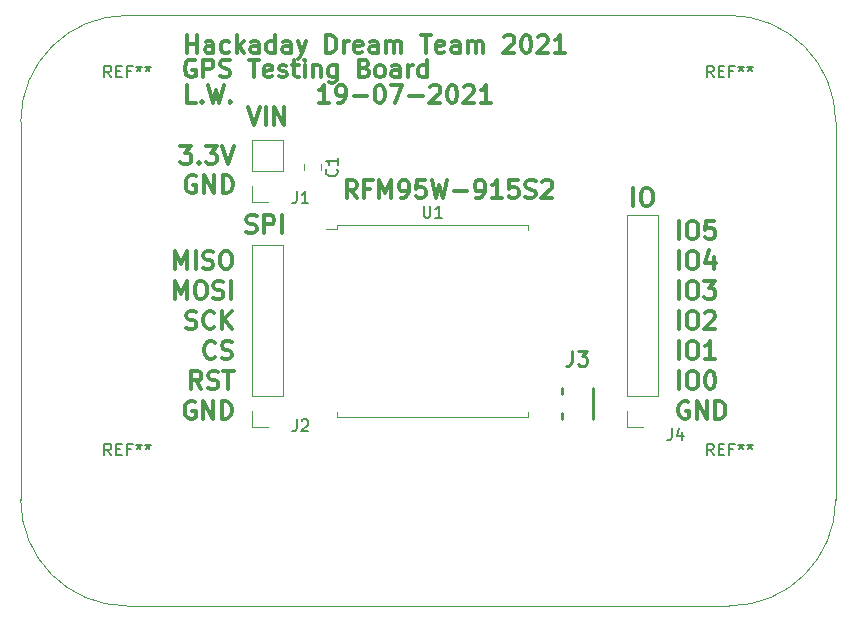
<source format=gbr>
%TF.GenerationSoftware,KiCad,Pcbnew,(5.1.10)-1*%
%TF.CreationDate,2021-07-19T16:58:35-04:00*%
%TF.ProjectId,lora-testing-board,6c6f7261-2d74-4657-9374-696e672d626f,rev?*%
%TF.SameCoordinates,Original*%
%TF.FileFunction,Legend,Top*%
%TF.FilePolarity,Positive*%
%FSLAX46Y46*%
G04 Gerber Fmt 4.6, Leading zero omitted, Abs format (unit mm)*
G04 Created by KiCad (PCBNEW (5.1.10)-1) date 2021-07-19 16:58:35*
%MOMM*%
%LPD*%
G01*
G04 APERTURE LIST*
%TA.AperFunction,Profile*%
%ADD10C,0.050000*%
%TD*%
%ADD11C,0.300000*%
%ADD12C,0.120000*%
%ADD13C,0.254000*%
%ADD14C,0.150000*%
G04 APERTURE END LIST*
D10*
X137000000Y-118000000D02*
G75*
G02*
X128000000Y-127000000I-9000000J0D01*
G01*
X77000000Y-127000000D02*
G75*
G02*
X68000000Y-118000000I0J9000000D01*
G01*
X128000000Y-77000000D02*
G75*
G02*
X137000000Y-86000000I0J-9000000D01*
G01*
X68000000Y-86000000D02*
G75*
G02*
X77000000Y-77000000I9000000J0D01*
G01*
D11*
X82744857Y-80809400D02*
X82602000Y-80737971D01*
X82387714Y-80737971D01*
X82173428Y-80809400D01*
X82030571Y-80952257D01*
X81959142Y-81095114D01*
X81887714Y-81380828D01*
X81887714Y-81595114D01*
X81959142Y-81880828D01*
X82030571Y-82023685D01*
X82173428Y-82166542D01*
X82387714Y-82237971D01*
X82530571Y-82237971D01*
X82744857Y-82166542D01*
X82816285Y-82095114D01*
X82816285Y-81595114D01*
X82530571Y-81595114D01*
X83459142Y-82237971D02*
X83459142Y-80737971D01*
X84030571Y-80737971D01*
X84173428Y-80809400D01*
X84244857Y-80880828D01*
X84316285Y-81023685D01*
X84316285Y-81237971D01*
X84244857Y-81380828D01*
X84173428Y-81452257D01*
X84030571Y-81523685D01*
X83459142Y-81523685D01*
X84887714Y-82166542D02*
X85102000Y-82237971D01*
X85459142Y-82237971D01*
X85602000Y-82166542D01*
X85673428Y-82095114D01*
X85744857Y-81952257D01*
X85744857Y-81809400D01*
X85673428Y-81666542D01*
X85602000Y-81595114D01*
X85459142Y-81523685D01*
X85173428Y-81452257D01*
X85030571Y-81380828D01*
X84959142Y-81309400D01*
X84887714Y-81166542D01*
X84887714Y-81023685D01*
X84959142Y-80880828D01*
X85030571Y-80809400D01*
X85173428Y-80737971D01*
X85530571Y-80737971D01*
X85744857Y-80809400D01*
X87316285Y-80737971D02*
X88173428Y-80737971D01*
X87744857Y-82237971D02*
X87744857Y-80737971D01*
X89244857Y-82166542D02*
X89102000Y-82237971D01*
X88816285Y-82237971D01*
X88673428Y-82166542D01*
X88602000Y-82023685D01*
X88602000Y-81452257D01*
X88673428Y-81309400D01*
X88816285Y-81237971D01*
X89102000Y-81237971D01*
X89244857Y-81309400D01*
X89316285Y-81452257D01*
X89316285Y-81595114D01*
X88602000Y-81737971D01*
X89887714Y-82166542D02*
X90030571Y-82237971D01*
X90316285Y-82237971D01*
X90459142Y-82166542D01*
X90530571Y-82023685D01*
X90530571Y-81952257D01*
X90459142Y-81809400D01*
X90316285Y-81737971D01*
X90102000Y-81737971D01*
X89959142Y-81666542D01*
X89887714Y-81523685D01*
X89887714Y-81452257D01*
X89959142Y-81309400D01*
X90102000Y-81237971D01*
X90316285Y-81237971D01*
X90459142Y-81309400D01*
X90959142Y-81237971D02*
X91530571Y-81237971D01*
X91173428Y-80737971D02*
X91173428Y-82023685D01*
X91244857Y-82166542D01*
X91387714Y-82237971D01*
X91530571Y-82237971D01*
X92030571Y-82237971D02*
X92030571Y-81237971D01*
X92030571Y-80737971D02*
X91959142Y-80809400D01*
X92030571Y-80880828D01*
X92102000Y-80809400D01*
X92030571Y-80737971D01*
X92030571Y-80880828D01*
X92744857Y-81237971D02*
X92744857Y-82237971D01*
X92744857Y-81380828D02*
X92816285Y-81309400D01*
X92959142Y-81237971D01*
X93173428Y-81237971D01*
X93316285Y-81309400D01*
X93387714Y-81452257D01*
X93387714Y-82237971D01*
X94744857Y-81237971D02*
X94744857Y-82452257D01*
X94673428Y-82595114D01*
X94602000Y-82666542D01*
X94459142Y-82737971D01*
X94244857Y-82737971D01*
X94102000Y-82666542D01*
X94744857Y-82166542D02*
X94602000Y-82237971D01*
X94316285Y-82237971D01*
X94173428Y-82166542D01*
X94102000Y-82095114D01*
X94030571Y-81952257D01*
X94030571Y-81523685D01*
X94102000Y-81380828D01*
X94173428Y-81309400D01*
X94316285Y-81237971D01*
X94602000Y-81237971D01*
X94744857Y-81309400D01*
X97102000Y-81452257D02*
X97316285Y-81523685D01*
X97387714Y-81595114D01*
X97459142Y-81737971D01*
X97459142Y-81952257D01*
X97387714Y-82095114D01*
X97316285Y-82166542D01*
X97173428Y-82237971D01*
X96602000Y-82237971D01*
X96602000Y-80737971D01*
X97102000Y-80737971D01*
X97244857Y-80809400D01*
X97316285Y-80880828D01*
X97387714Y-81023685D01*
X97387714Y-81166542D01*
X97316285Y-81309400D01*
X97244857Y-81380828D01*
X97102000Y-81452257D01*
X96602000Y-81452257D01*
X98316285Y-82237971D02*
X98173428Y-82166542D01*
X98102000Y-82095114D01*
X98030571Y-81952257D01*
X98030571Y-81523685D01*
X98102000Y-81380828D01*
X98173428Y-81309400D01*
X98316285Y-81237971D01*
X98530571Y-81237971D01*
X98673428Y-81309400D01*
X98744857Y-81380828D01*
X98816285Y-81523685D01*
X98816285Y-81952257D01*
X98744857Y-82095114D01*
X98673428Y-82166542D01*
X98530571Y-82237971D01*
X98316285Y-82237971D01*
X100102000Y-82237971D02*
X100102000Y-81452257D01*
X100030571Y-81309400D01*
X99887714Y-81237971D01*
X99602000Y-81237971D01*
X99459142Y-81309400D01*
X100102000Y-82166542D02*
X99959142Y-82237971D01*
X99602000Y-82237971D01*
X99459142Y-82166542D01*
X99387714Y-82023685D01*
X99387714Y-81880828D01*
X99459142Y-81737971D01*
X99602000Y-81666542D01*
X99959142Y-81666542D01*
X100102000Y-81595114D01*
X100816285Y-82237971D02*
X100816285Y-81237971D01*
X100816285Y-81523685D02*
X100887714Y-81380828D01*
X100959142Y-81309400D01*
X101102000Y-81237971D01*
X101244857Y-81237971D01*
X102387714Y-82237971D02*
X102387714Y-80737971D01*
X102387714Y-82166542D02*
X102244857Y-82237971D01*
X101959142Y-82237971D01*
X101816285Y-82166542D01*
X101744857Y-82095114D01*
X101673428Y-81952257D01*
X101673428Y-81523685D01*
X101744857Y-81380828D01*
X101816285Y-81309400D01*
X101959142Y-81237971D01*
X102244857Y-81237971D01*
X102387714Y-81309400D01*
X82825828Y-84422371D02*
X82111542Y-84422371D01*
X82111542Y-82922371D01*
X83325828Y-84279514D02*
X83397257Y-84350942D01*
X83325828Y-84422371D01*
X83254400Y-84350942D01*
X83325828Y-84279514D01*
X83325828Y-84422371D01*
X83897257Y-82922371D02*
X84254400Y-84422371D01*
X84540114Y-83350942D01*
X84825828Y-84422371D01*
X85182971Y-82922371D01*
X85754400Y-84279514D02*
X85825828Y-84350942D01*
X85754400Y-84422371D01*
X85682971Y-84350942D01*
X85754400Y-84279514D01*
X85754400Y-84422371D01*
X94111542Y-84422371D02*
X93254400Y-84422371D01*
X93682971Y-84422371D02*
X93682971Y-82922371D01*
X93540114Y-83136657D01*
X93397257Y-83279514D01*
X93254400Y-83350942D01*
X94825828Y-84422371D02*
X95111542Y-84422371D01*
X95254400Y-84350942D01*
X95325828Y-84279514D01*
X95468685Y-84065228D01*
X95540114Y-83779514D01*
X95540114Y-83208085D01*
X95468685Y-83065228D01*
X95397257Y-82993800D01*
X95254400Y-82922371D01*
X94968685Y-82922371D01*
X94825828Y-82993800D01*
X94754400Y-83065228D01*
X94682971Y-83208085D01*
X94682971Y-83565228D01*
X94754400Y-83708085D01*
X94825828Y-83779514D01*
X94968685Y-83850942D01*
X95254400Y-83850942D01*
X95397257Y-83779514D01*
X95468685Y-83708085D01*
X95540114Y-83565228D01*
X96182971Y-83850942D02*
X97325828Y-83850942D01*
X98325828Y-82922371D02*
X98468685Y-82922371D01*
X98611542Y-82993800D01*
X98682971Y-83065228D01*
X98754400Y-83208085D01*
X98825828Y-83493800D01*
X98825828Y-83850942D01*
X98754400Y-84136657D01*
X98682971Y-84279514D01*
X98611542Y-84350942D01*
X98468685Y-84422371D01*
X98325828Y-84422371D01*
X98182971Y-84350942D01*
X98111542Y-84279514D01*
X98040114Y-84136657D01*
X97968685Y-83850942D01*
X97968685Y-83493800D01*
X98040114Y-83208085D01*
X98111542Y-83065228D01*
X98182971Y-82993800D01*
X98325828Y-82922371D01*
X99325828Y-82922371D02*
X100325828Y-82922371D01*
X99682971Y-84422371D01*
X100897257Y-83850942D02*
X102040114Y-83850942D01*
X102682971Y-83065228D02*
X102754400Y-82993800D01*
X102897257Y-82922371D01*
X103254400Y-82922371D01*
X103397257Y-82993800D01*
X103468685Y-83065228D01*
X103540114Y-83208085D01*
X103540114Y-83350942D01*
X103468685Y-83565228D01*
X102611542Y-84422371D01*
X103540114Y-84422371D01*
X104468685Y-82922371D02*
X104611542Y-82922371D01*
X104754400Y-82993800D01*
X104825828Y-83065228D01*
X104897257Y-83208085D01*
X104968685Y-83493800D01*
X104968685Y-83850942D01*
X104897257Y-84136657D01*
X104825828Y-84279514D01*
X104754400Y-84350942D01*
X104611542Y-84422371D01*
X104468685Y-84422371D01*
X104325828Y-84350942D01*
X104254400Y-84279514D01*
X104182971Y-84136657D01*
X104111542Y-83850942D01*
X104111542Y-83493800D01*
X104182971Y-83208085D01*
X104254400Y-83065228D01*
X104325828Y-82993800D01*
X104468685Y-82922371D01*
X105540114Y-83065228D02*
X105611542Y-82993800D01*
X105754400Y-82922371D01*
X106111542Y-82922371D01*
X106254400Y-82993800D01*
X106325828Y-83065228D01*
X106397257Y-83208085D01*
X106397257Y-83350942D01*
X106325828Y-83565228D01*
X105468685Y-84422371D01*
X106397257Y-84422371D01*
X107825828Y-84422371D02*
X106968685Y-84422371D01*
X107397257Y-84422371D02*
X107397257Y-82922371D01*
X107254400Y-83136657D01*
X107111542Y-83279514D01*
X106968685Y-83350942D01*
X82086142Y-80180571D02*
X82086142Y-78680571D01*
X82086142Y-79394857D02*
X82943285Y-79394857D01*
X82943285Y-80180571D02*
X82943285Y-78680571D01*
X84300428Y-80180571D02*
X84300428Y-79394857D01*
X84229000Y-79252000D01*
X84086142Y-79180571D01*
X83800428Y-79180571D01*
X83657571Y-79252000D01*
X84300428Y-80109142D02*
X84157571Y-80180571D01*
X83800428Y-80180571D01*
X83657571Y-80109142D01*
X83586142Y-79966285D01*
X83586142Y-79823428D01*
X83657571Y-79680571D01*
X83800428Y-79609142D01*
X84157571Y-79609142D01*
X84300428Y-79537714D01*
X85657571Y-80109142D02*
X85514714Y-80180571D01*
X85229000Y-80180571D01*
X85086142Y-80109142D01*
X85014714Y-80037714D01*
X84943285Y-79894857D01*
X84943285Y-79466285D01*
X85014714Y-79323428D01*
X85086142Y-79252000D01*
X85229000Y-79180571D01*
X85514714Y-79180571D01*
X85657571Y-79252000D01*
X86300428Y-80180571D02*
X86300428Y-78680571D01*
X86443285Y-79609142D02*
X86871857Y-80180571D01*
X86871857Y-79180571D02*
X86300428Y-79752000D01*
X88157571Y-80180571D02*
X88157571Y-79394857D01*
X88086142Y-79252000D01*
X87943285Y-79180571D01*
X87657571Y-79180571D01*
X87514714Y-79252000D01*
X88157571Y-80109142D02*
X88014714Y-80180571D01*
X87657571Y-80180571D01*
X87514714Y-80109142D01*
X87443285Y-79966285D01*
X87443285Y-79823428D01*
X87514714Y-79680571D01*
X87657571Y-79609142D01*
X88014714Y-79609142D01*
X88157571Y-79537714D01*
X89514714Y-80180571D02*
X89514714Y-78680571D01*
X89514714Y-80109142D02*
X89371857Y-80180571D01*
X89086142Y-80180571D01*
X88943285Y-80109142D01*
X88871857Y-80037714D01*
X88800428Y-79894857D01*
X88800428Y-79466285D01*
X88871857Y-79323428D01*
X88943285Y-79252000D01*
X89086142Y-79180571D01*
X89371857Y-79180571D01*
X89514714Y-79252000D01*
X90871857Y-80180571D02*
X90871857Y-79394857D01*
X90800428Y-79252000D01*
X90657571Y-79180571D01*
X90371857Y-79180571D01*
X90229000Y-79252000D01*
X90871857Y-80109142D02*
X90729000Y-80180571D01*
X90371857Y-80180571D01*
X90229000Y-80109142D01*
X90157571Y-79966285D01*
X90157571Y-79823428D01*
X90229000Y-79680571D01*
X90371857Y-79609142D01*
X90729000Y-79609142D01*
X90871857Y-79537714D01*
X91443285Y-79180571D02*
X91800428Y-80180571D01*
X92157571Y-79180571D02*
X91800428Y-80180571D01*
X91657571Y-80537714D01*
X91586142Y-80609142D01*
X91443285Y-80680571D01*
X93871857Y-80180571D02*
X93871857Y-78680571D01*
X94229000Y-78680571D01*
X94443285Y-78752000D01*
X94586142Y-78894857D01*
X94657571Y-79037714D01*
X94729000Y-79323428D01*
X94729000Y-79537714D01*
X94657571Y-79823428D01*
X94586142Y-79966285D01*
X94443285Y-80109142D01*
X94229000Y-80180571D01*
X93871857Y-80180571D01*
X95371857Y-80180571D02*
X95371857Y-79180571D01*
X95371857Y-79466285D02*
X95443285Y-79323428D01*
X95514714Y-79252000D01*
X95657571Y-79180571D01*
X95800428Y-79180571D01*
X96871857Y-80109142D02*
X96729000Y-80180571D01*
X96443285Y-80180571D01*
X96300428Y-80109142D01*
X96229000Y-79966285D01*
X96229000Y-79394857D01*
X96300428Y-79252000D01*
X96443285Y-79180571D01*
X96729000Y-79180571D01*
X96871857Y-79252000D01*
X96943285Y-79394857D01*
X96943285Y-79537714D01*
X96229000Y-79680571D01*
X98229000Y-80180571D02*
X98229000Y-79394857D01*
X98157571Y-79252000D01*
X98014714Y-79180571D01*
X97729000Y-79180571D01*
X97586142Y-79252000D01*
X98229000Y-80109142D02*
X98086142Y-80180571D01*
X97729000Y-80180571D01*
X97586142Y-80109142D01*
X97514714Y-79966285D01*
X97514714Y-79823428D01*
X97586142Y-79680571D01*
X97729000Y-79609142D01*
X98086142Y-79609142D01*
X98229000Y-79537714D01*
X98943285Y-80180571D02*
X98943285Y-79180571D01*
X98943285Y-79323428D02*
X99014714Y-79252000D01*
X99157571Y-79180571D01*
X99371857Y-79180571D01*
X99514714Y-79252000D01*
X99586142Y-79394857D01*
X99586142Y-80180571D01*
X99586142Y-79394857D02*
X99657571Y-79252000D01*
X99800428Y-79180571D01*
X100014714Y-79180571D01*
X100157571Y-79252000D01*
X100229000Y-79394857D01*
X100229000Y-80180571D01*
X101871857Y-78680571D02*
X102729000Y-78680571D01*
X102300428Y-80180571D02*
X102300428Y-78680571D01*
X103800428Y-80109142D02*
X103657571Y-80180571D01*
X103371857Y-80180571D01*
X103229000Y-80109142D01*
X103157571Y-79966285D01*
X103157571Y-79394857D01*
X103229000Y-79252000D01*
X103371857Y-79180571D01*
X103657571Y-79180571D01*
X103800428Y-79252000D01*
X103871857Y-79394857D01*
X103871857Y-79537714D01*
X103157571Y-79680571D01*
X105157571Y-80180571D02*
X105157571Y-79394857D01*
X105086142Y-79252000D01*
X104943285Y-79180571D01*
X104657571Y-79180571D01*
X104514714Y-79252000D01*
X105157571Y-80109142D02*
X105014714Y-80180571D01*
X104657571Y-80180571D01*
X104514714Y-80109142D01*
X104443285Y-79966285D01*
X104443285Y-79823428D01*
X104514714Y-79680571D01*
X104657571Y-79609142D01*
X105014714Y-79609142D01*
X105157571Y-79537714D01*
X105871857Y-80180571D02*
X105871857Y-79180571D01*
X105871857Y-79323428D02*
X105943285Y-79252000D01*
X106086142Y-79180571D01*
X106300428Y-79180571D01*
X106443285Y-79252000D01*
X106514714Y-79394857D01*
X106514714Y-80180571D01*
X106514714Y-79394857D02*
X106586142Y-79252000D01*
X106729000Y-79180571D01*
X106943285Y-79180571D01*
X107086142Y-79252000D01*
X107157571Y-79394857D01*
X107157571Y-80180571D01*
X108943285Y-78823428D02*
X109014714Y-78752000D01*
X109157571Y-78680571D01*
X109514714Y-78680571D01*
X109657571Y-78752000D01*
X109729000Y-78823428D01*
X109800428Y-78966285D01*
X109800428Y-79109142D01*
X109729000Y-79323428D01*
X108871857Y-80180571D01*
X109800428Y-80180571D01*
X110729000Y-78680571D02*
X110871857Y-78680571D01*
X111014714Y-78752000D01*
X111086142Y-78823428D01*
X111157571Y-78966285D01*
X111229000Y-79252000D01*
X111229000Y-79609142D01*
X111157571Y-79894857D01*
X111086142Y-80037714D01*
X111014714Y-80109142D01*
X110871857Y-80180571D01*
X110729000Y-80180571D01*
X110586142Y-80109142D01*
X110514714Y-80037714D01*
X110443285Y-79894857D01*
X110371857Y-79609142D01*
X110371857Y-79252000D01*
X110443285Y-78966285D01*
X110514714Y-78823428D01*
X110586142Y-78752000D01*
X110729000Y-78680571D01*
X111800428Y-78823428D02*
X111871857Y-78752000D01*
X112014714Y-78680571D01*
X112371857Y-78680571D01*
X112514714Y-78752000D01*
X112586142Y-78823428D01*
X112657571Y-78966285D01*
X112657571Y-79109142D01*
X112586142Y-79323428D01*
X111729000Y-80180571D01*
X112657571Y-80180571D01*
X114086142Y-80180571D02*
X113229000Y-80180571D01*
X113657571Y-80180571D02*
X113657571Y-78680571D01*
X113514714Y-78894857D01*
X113371857Y-79037714D01*
X113229000Y-79109142D01*
D10*
X128000000Y-77000000D02*
X77000000Y-77000000D01*
X137000000Y-118000000D02*
X137000000Y-86000000D01*
X77000000Y-127000000D02*
X128000000Y-127000000D01*
X68000000Y-86000000D02*
X68000000Y-118000000D01*
D11*
X81093571Y-101008571D02*
X81093571Y-99508571D01*
X81593571Y-100580000D01*
X82093571Y-99508571D01*
X82093571Y-101008571D01*
X83093571Y-99508571D02*
X83379285Y-99508571D01*
X83522142Y-99580000D01*
X83665000Y-99722857D01*
X83736428Y-100008571D01*
X83736428Y-100508571D01*
X83665000Y-100794285D01*
X83522142Y-100937142D01*
X83379285Y-101008571D01*
X83093571Y-101008571D01*
X82950714Y-100937142D01*
X82807857Y-100794285D01*
X82736428Y-100508571D01*
X82736428Y-100008571D01*
X82807857Y-99722857D01*
X82950714Y-99580000D01*
X83093571Y-99508571D01*
X84307857Y-100937142D02*
X84522142Y-101008571D01*
X84879285Y-101008571D01*
X85022142Y-100937142D01*
X85093571Y-100865714D01*
X85165000Y-100722857D01*
X85165000Y-100580000D01*
X85093571Y-100437142D01*
X85022142Y-100365714D01*
X84879285Y-100294285D01*
X84593571Y-100222857D01*
X84450714Y-100151428D01*
X84379285Y-100080000D01*
X84307857Y-99937142D01*
X84307857Y-99794285D01*
X84379285Y-99651428D01*
X84450714Y-99580000D01*
X84593571Y-99508571D01*
X84950714Y-99508571D01*
X85165000Y-99580000D01*
X85807857Y-101008571D02*
X85807857Y-99508571D01*
X96445571Y-92474171D02*
X95945571Y-91759885D01*
X95588428Y-92474171D02*
X95588428Y-90974171D01*
X96159857Y-90974171D01*
X96302714Y-91045600D01*
X96374142Y-91117028D01*
X96445571Y-91259885D01*
X96445571Y-91474171D01*
X96374142Y-91617028D01*
X96302714Y-91688457D01*
X96159857Y-91759885D01*
X95588428Y-91759885D01*
X97588428Y-91688457D02*
X97088428Y-91688457D01*
X97088428Y-92474171D02*
X97088428Y-90974171D01*
X97802714Y-90974171D01*
X98374142Y-92474171D02*
X98374142Y-90974171D01*
X98874142Y-92045600D01*
X99374142Y-90974171D01*
X99374142Y-92474171D01*
X100159857Y-92474171D02*
X100445571Y-92474171D01*
X100588428Y-92402742D01*
X100659857Y-92331314D01*
X100802714Y-92117028D01*
X100874142Y-91831314D01*
X100874142Y-91259885D01*
X100802714Y-91117028D01*
X100731285Y-91045600D01*
X100588428Y-90974171D01*
X100302714Y-90974171D01*
X100159857Y-91045600D01*
X100088428Y-91117028D01*
X100017000Y-91259885D01*
X100017000Y-91617028D01*
X100088428Y-91759885D01*
X100159857Y-91831314D01*
X100302714Y-91902742D01*
X100588428Y-91902742D01*
X100731285Y-91831314D01*
X100802714Y-91759885D01*
X100874142Y-91617028D01*
X102231285Y-90974171D02*
X101517000Y-90974171D01*
X101445571Y-91688457D01*
X101517000Y-91617028D01*
X101659857Y-91545600D01*
X102017000Y-91545600D01*
X102159857Y-91617028D01*
X102231285Y-91688457D01*
X102302714Y-91831314D01*
X102302714Y-92188457D01*
X102231285Y-92331314D01*
X102159857Y-92402742D01*
X102017000Y-92474171D01*
X101659857Y-92474171D01*
X101517000Y-92402742D01*
X101445571Y-92331314D01*
X102802714Y-90974171D02*
X103159857Y-92474171D01*
X103445571Y-91402742D01*
X103731285Y-92474171D01*
X104088428Y-90974171D01*
X104659857Y-91902742D02*
X105802714Y-91902742D01*
X106588428Y-92474171D02*
X106874142Y-92474171D01*
X107017000Y-92402742D01*
X107088428Y-92331314D01*
X107231285Y-92117028D01*
X107302714Y-91831314D01*
X107302714Y-91259885D01*
X107231285Y-91117028D01*
X107159857Y-91045600D01*
X107017000Y-90974171D01*
X106731285Y-90974171D01*
X106588428Y-91045600D01*
X106517000Y-91117028D01*
X106445571Y-91259885D01*
X106445571Y-91617028D01*
X106517000Y-91759885D01*
X106588428Y-91831314D01*
X106731285Y-91902742D01*
X107017000Y-91902742D01*
X107159857Y-91831314D01*
X107231285Y-91759885D01*
X107302714Y-91617028D01*
X108731285Y-92474171D02*
X107874142Y-92474171D01*
X108302714Y-92474171D02*
X108302714Y-90974171D01*
X108159857Y-91188457D01*
X108017000Y-91331314D01*
X107874142Y-91402742D01*
X110088428Y-90974171D02*
X109374142Y-90974171D01*
X109302714Y-91688457D01*
X109374142Y-91617028D01*
X109517000Y-91545600D01*
X109874142Y-91545600D01*
X110017000Y-91617028D01*
X110088428Y-91688457D01*
X110159857Y-91831314D01*
X110159857Y-92188457D01*
X110088428Y-92331314D01*
X110017000Y-92402742D01*
X109874142Y-92474171D01*
X109517000Y-92474171D01*
X109374142Y-92402742D01*
X109302714Y-92331314D01*
X110731285Y-92402742D02*
X110945571Y-92474171D01*
X111302714Y-92474171D01*
X111445571Y-92402742D01*
X111517000Y-92331314D01*
X111588428Y-92188457D01*
X111588428Y-92045600D01*
X111517000Y-91902742D01*
X111445571Y-91831314D01*
X111302714Y-91759885D01*
X111017000Y-91688457D01*
X110874142Y-91617028D01*
X110802714Y-91545600D01*
X110731285Y-91402742D01*
X110731285Y-91259885D01*
X110802714Y-91117028D01*
X110874142Y-91045600D01*
X111017000Y-90974171D01*
X111374142Y-90974171D01*
X111588428Y-91045600D01*
X112159857Y-91117028D02*
X112231285Y-91045600D01*
X112374142Y-90974171D01*
X112731285Y-90974171D01*
X112874142Y-91045600D01*
X112945571Y-91117028D01*
X113017000Y-91259885D01*
X113017000Y-91402742D01*
X112945571Y-91617028D01*
X112088428Y-92474171D01*
X113017000Y-92474171D01*
X119864285Y-93134571D02*
X119864285Y-91634571D01*
X120864285Y-91634571D02*
X121150000Y-91634571D01*
X121292857Y-91706000D01*
X121435714Y-91848857D01*
X121507142Y-92134571D01*
X121507142Y-92634571D01*
X121435714Y-92920285D01*
X121292857Y-93063142D01*
X121150000Y-93134571D01*
X120864285Y-93134571D01*
X120721428Y-93063142D01*
X120578571Y-92920285D01*
X120507142Y-92634571D01*
X120507142Y-92134571D01*
X120578571Y-91848857D01*
X120721428Y-91706000D01*
X120864285Y-91634571D01*
X87110285Y-95349142D02*
X87324571Y-95420571D01*
X87681714Y-95420571D01*
X87824571Y-95349142D01*
X87896000Y-95277714D01*
X87967428Y-95134857D01*
X87967428Y-94992000D01*
X87896000Y-94849142D01*
X87824571Y-94777714D01*
X87681714Y-94706285D01*
X87396000Y-94634857D01*
X87253142Y-94563428D01*
X87181714Y-94492000D01*
X87110285Y-94349142D01*
X87110285Y-94206285D01*
X87181714Y-94063428D01*
X87253142Y-93992000D01*
X87396000Y-93920571D01*
X87753142Y-93920571D01*
X87967428Y-93992000D01*
X88610285Y-95420571D02*
X88610285Y-93920571D01*
X89181714Y-93920571D01*
X89324571Y-93992000D01*
X89396000Y-94063428D01*
X89467428Y-94206285D01*
X89467428Y-94420571D01*
X89396000Y-94563428D01*
X89324571Y-94634857D01*
X89181714Y-94706285D01*
X88610285Y-94706285D01*
X90110285Y-95420571D02*
X90110285Y-93920571D01*
X87257142Y-84776571D02*
X87757142Y-86276571D01*
X88257142Y-84776571D01*
X88757142Y-86276571D02*
X88757142Y-84776571D01*
X89471428Y-86276571D02*
X89471428Y-84776571D01*
X90328571Y-86276571D01*
X90328571Y-84776571D01*
X124527857Y-109740000D02*
X124385000Y-109668571D01*
X124170714Y-109668571D01*
X123956428Y-109740000D01*
X123813571Y-109882857D01*
X123742142Y-110025714D01*
X123670714Y-110311428D01*
X123670714Y-110525714D01*
X123742142Y-110811428D01*
X123813571Y-110954285D01*
X123956428Y-111097142D01*
X124170714Y-111168571D01*
X124313571Y-111168571D01*
X124527857Y-111097142D01*
X124599285Y-111025714D01*
X124599285Y-110525714D01*
X124313571Y-110525714D01*
X125242142Y-111168571D02*
X125242142Y-109668571D01*
X126099285Y-111168571D01*
X126099285Y-109668571D01*
X126813571Y-111168571D02*
X126813571Y-109668571D01*
X127170714Y-109668571D01*
X127385000Y-109740000D01*
X127527857Y-109882857D01*
X127599285Y-110025714D01*
X127670714Y-110311428D01*
X127670714Y-110525714D01*
X127599285Y-110811428D01*
X127527857Y-110954285D01*
X127385000Y-111097142D01*
X127170714Y-111168571D01*
X126813571Y-111168571D01*
X123742142Y-108628571D02*
X123742142Y-107128571D01*
X124742142Y-107128571D02*
X125027857Y-107128571D01*
X125170714Y-107200000D01*
X125313571Y-107342857D01*
X125385000Y-107628571D01*
X125385000Y-108128571D01*
X125313571Y-108414285D01*
X125170714Y-108557142D01*
X125027857Y-108628571D01*
X124742142Y-108628571D01*
X124599285Y-108557142D01*
X124456428Y-108414285D01*
X124385000Y-108128571D01*
X124385000Y-107628571D01*
X124456428Y-107342857D01*
X124599285Y-107200000D01*
X124742142Y-107128571D01*
X126313571Y-107128571D02*
X126456428Y-107128571D01*
X126599285Y-107200000D01*
X126670714Y-107271428D01*
X126742142Y-107414285D01*
X126813571Y-107700000D01*
X126813571Y-108057142D01*
X126742142Y-108342857D01*
X126670714Y-108485714D01*
X126599285Y-108557142D01*
X126456428Y-108628571D01*
X126313571Y-108628571D01*
X126170714Y-108557142D01*
X126099285Y-108485714D01*
X126027857Y-108342857D01*
X125956428Y-108057142D01*
X125956428Y-107700000D01*
X126027857Y-107414285D01*
X126099285Y-107271428D01*
X126170714Y-107200000D01*
X126313571Y-107128571D01*
X123742142Y-106088571D02*
X123742142Y-104588571D01*
X124742142Y-104588571D02*
X125027857Y-104588571D01*
X125170714Y-104660000D01*
X125313571Y-104802857D01*
X125385000Y-105088571D01*
X125385000Y-105588571D01*
X125313571Y-105874285D01*
X125170714Y-106017142D01*
X125027857Y-106088571D01*
X124742142Y-106088571D01*
X124599285Y-106017142D01*
X124456428Y-105874285D01*
X124385000Y-105588571D01*
X124385000Y-105088571D01*
X124456428Y-104802857D01*
X124599285Y-104660000D01*
X124742142Y-104588571D01*
X126813571Y-106088571D02*
X125956428Y-106088571D01*
X126385000Y-106088571D02*
X126385000Y-104588571D01*
X126242142Y-104802857D01*
X126099285Y-104945714D01*
X125956428Y-105017142D01*
X123742142Y-103548571D02*
X123742142Y-102048571D01*
X124742142Y-102048571D02*
X125027857Y-102048571D01*
X125170714Y-102120000D01*
X125313571Y-102262857D01*
X125385000Y-102548571D01*
X125385000Y-103048571D01*
X125313571Y-103334285D01*
X125170714Y-103477142D01*
X125027857Y-103548571D01*
X124742142Y-103548571D01*
X124599285Y-103477142D01*
X124456428Y-103334285D01*
X124385000Y-103048571D01*
X124385000Y-102548571D01*
X124456428Y-102262857D01*
X124599285Y-102120000D01*
X124742142Y-102048571D01*
X125956428Y-102191428D02*
X126027857Y-102120000D01*
X126170714Y-102048571D01*
X126527857Y-102048571D01*
X126670714Y-102120000D01*
X126742142Y-102191428D01*
X126813571Y-102334285D01*
X126813571Y-102477142D01*
X126742142Y-102691428D01*
X125885000Y-103548571D01*
X126813571Y-103548571D01*
X123742142Y-101008571D02*
X123742142Y-99508571D01*
X124742142Y-99508571D02*
X125027857Y-99508571D01*
X125170714Y-99580000D01*
X125313571Y-99722857D01*
X125385000Y-100008571D01*
X125385000Y-100508571D01*
X125313571Y-100794285D01*
X125170714Y-100937142D01*
X125027857Y-101008571D01*
X124742142Y-101008571D01*
X124599285Y-100937142D01*
X124456428Y-100794285D01*
X124385000Y-100508571D01*
X124385000Y-100008571D01*
X124456428Y-99722857D01*
X124599285Y-99580000D01*
X124742142Y-99508571D01*
X125885000Y-99508571D02*
X126813571Y-99508571D01*
X126313571Y-100080000D01*
X126527857Y-100080000D01*
X126670714Y-100151428D01*
X126742142Y-100222857D01*
X126813571Y-100365714D01*
X126813571Y-100722857D01*
X126742142Y-100865714D01*
X126670714Y-100937142D01*
X126527857Y-101008571D01*
X126099285Y-101008571D01*
X125956428Y-100937142D01*
X125885000Y-100865714D01*
X123742142Y-98468571D02*
X123742142Y-96968571D01*
X124742142Y-96968571D02*
X125027857Y-96968571D01*
X125170714Y-97040000D01*
X125313571Y-97182857D01*
X125385000Y-97468571D01*
X125385000Y-97968571D01*
X125313571Y-98254285D01*
X125170714Y-98397142D01*
X125027857Y-98468571D01*
X124742142Y-98468571D01*
X124599285Y-98397142D01*
X124456428Y-98254285D01*
X124385000Y-97968571D01*
X124385000Y-97468571D01*
X124456428Y-97182857D01*
X124599285Y-97040000D01*
X124742142Y-96968571D01*
X126670714Y-97468571D02*
X126670714Y-98468571D01*
X126313571Y-96897142D02*
X125956428Y-97968571D01*
X126885000Y-97968571D01*
X123742142Y-95928571D02*
X123742142Y-94428571D01*
X124742142Y-94428571D02*
X125027857Y-94428571D01*
X125170714Y-94500000D01*
X125313571Y-94642857D01*
X125385000Y-94928571D01*
X125385000Y-95428571D01*
X125313571Y-95714285D01*
X125170714Y-95857142D01*
X125027857Y-95928571D01*
X124742142Y-95928571D01*
X124599285Y-95857142D01*
X124456428Y-95714285D01*
X124385000Y-95428571D01*
X124385000Y-94928571D01*
X124456428Y-94642857D01*
X124599285Y-94500000D01*
X124742142Y-94428571D01*
X126742142Y-94428571D02*
X126027857Y-94428571D01*
X125956428Y-95142857D01*
X126027857Y-95071428D01*
X126170714Y-95000000D01*
X126527857Y-95000000D01*
X126670714Y-95071428D01*
X126742142Y-95142857D01*
X126813571Y-95285714D01*
X126813571Y-95642857D01*
X126742142Y-95785714D01*
X126670714Y-95857142D01*
X126527857Y-95928571D01*
X126170714Y-95928571D01*
X126027857Y-95857142D01*
X125956428Y-95785714D01*
X82736428Y-109740000D02*
X82593571Y-109668571D01*
X82379285Y-109668571D01*
X82165000Y-109740000D01*
X82022142Y-109882857D01*
X81950714Y-110025714D01*
X81879285Y-110311428D01*
X81879285Y-110525714D01*
X81950714Y-110811428D01*
X82022142Y-110954285D01*
X82165000Y-111097142D01*
X82379285Y-111168571D01*
X82522142Y-111168571D01*
X82736428Y-111097142D01*
X82807857Y-111025714D01*
X82807857Y-110525714D01*
X82522142Y-110525714D01*
X83450714Y-111168571D02*
X83450714Y-109668571D01*
X84307857Y-111168571D01*
X84307857Y-109668571D01*
X85022142Y-111168571D02*
X85022142Y-109668571D01*
X85379285Y-109668571D01*
X85593571Y-109740000D01*
X85736428Y-109882857D01*
X85807857Y-110025714D01*
X85879285Y-110311428D01*
X85879285Y-110525714D01*
X85807857Y-110811428D01*
X85736428Y-110954285D01*
X85593571Y-111097142D01*
X85379285Y-111168571D01*
X85022142Y-111168571D01*
X83307857Y-108628571D02*
X82807857Y-107914285D01*
X82450714Y-108628571D02*
X82450714Y-107128571D01*
X83022142Y-107128571D01*
X83165000Y-107200000D01*
X83236428Y-107271428D01*
X83307857Y-107414285D01*
X83307857Y-107628571D01*
X83236428Y-107771428D01*
X83165000Y-107842857D01*
X83022142Y-107914285D01*
X82450714Y-107914285D01*
X83879285Y-108557142D02*
X84093571Y-108628571D01*
X84450714Y-108628571D01*
X84593571Y-108557142D01*
X84665000Y-108485714D01*
X84736428Y-108342857D01*
X84736428Y-108200000D01*
X84665000Y-108057142D01*
X84593571Y-107985714D01*
X84450714Y-107914285D01*
X84165000Y-107842857D01*
X84022142Y-107771428D01*
X83950714Y-107700000D01*
X83879285Y-107557142D01*
X83879285Y-107414285D01*
X83950714Y-107271428D01*
X84022142Y-107200000D01*
X84165000Y-107128571D01*
X84522142Y-107128571D01*
X84736428Y-107200000D01*
X85165000Y-107128571D02*
X86022142Y-107128571D01*
X85593571Y-108628571D02*
X85593571Y-107128571D01*
X84450714Y-105945714D02*
X84379285Y-106017142D01*
X84165000Y-106088571D01*
X84022142Y-106088571D01*
X83807857Y-106017142D01*
X83665000Y-105874285D01*
X83593571Y-105731428D01*
X83522142Y-105445714D01*
X83522142Y-105231428D01*
X83593571Y-104945714D01*
X83665000Y-104802857D01*
X83807857Y-104660000D01*
X84022142Y-104588571D01*
X84165000Y-104588571D01*
X84379285Y-104660000D01*
X84450714Y-104731428D01*
X85022142Y-106017142D02*
X85236428Y-106088571D01*
X85593571Y-106088571D01*
X85736428Y-106017142D01*
X85807857Y-105945714D01*
X85879285Y-105802857D01*
X85879285Y-105660000D01*
X85807857Y-105517142D01*
X85736428Y-105445714D01*
X85593571Y-105374285D01*
X85307857Y-105302857D01*
X85165000Y-105231428D01*
X85093571Y-105160000D01*
X85022142Y-105017142D01*
X85022142Y-104874285D01*
X85093571Y-104731428D01*
X85165000Y-104660000D01*
X85307857Y-104588571D01*
X85665000Y-104588571D01*
X85879285Y-104660000D01*
X82022142Y-103477142D02*
X82236428Y-103548571D01*
X82593571Y-103548571D01*
X82736428Y-103477142D01*
X82807857Y-103405714D01*
X82879285Y-103262857D01*
X82879285Y-103120000D01*
X82807857Y-102977142D01*
X82736428Y-102905714D01*
X82593571Y-102834285D01*
X82307857Y-102762857D01*
X82165000Y-102691428D01*
X82093571Y-102620000D01*
X82022142Y-102477142D01*
X82022142Y-102334285D01*
X82093571Y-102191428D01*
X82165000Y-102120000D01*
X82307857Y-102048571D01*
X82665000Y-102048571D01*
X82879285Y-102120000D01*
X84379285Y-103405714D02*
X84307857Y-103477142D01*
X84093571Y-103548571D01*
X83950714Y-103548571D01*
X83736428Y-103477142D01*
X83593571Y-103334285D01*
X83522142Y-103191428D01*
X83450714Y-102905714D01*
X83450714Y-102691428D01*
X83522142Y-102405714D01*
X83593571Y-102262857D01*
X83736428Y-102120000D01*
X83950714Y-102048571D01*
X84093571Y-102048571D01*
X84307857Y-102120000D01*
X84379285Y-102191428D01*
X85022142Y-103548571D02*
X85022142Y-102048571D01*
X85879285Y-103548571D02*
X85236428Y-102691428D01*
X85879285Y-102048571D02*
X85022142Y-102905714D01*
X81093571Y-98468571D02*
X81093571Y-96968571D01*
X81593571Y-98040000D01*
X82093571Y-96968571D01*
X82093571Y-98468571D01*
X82807857Y-98468571D02*
X82807857Y-96968571D01*
X83450714Y-98397142D02*
X83665000Y-98468571D01*
X84022142Y-98468571D01*
X84165000Y-98397142D01*
X84236428Y-98325714D01*
X84307857Y-98182857D01*
X84307857Y-98040000D01*
X84236428Y-97897142D01*
X84165000Y-97825714D01*
X84022142Y-97754285D01*
X83736428Y-97682857D01*
X83593571Y-97611428D01*
X83522142Y-97540000D01*
X83450714Y-97397142D01*
X83450714Y-97254285D01*
X83522142Y-97111428D01*
X83593571Y-97040000D01*
X83736428Y-96968571D01*
X84093571Y-96968571D01*
X84307857Y-97040000D01*
X85236428Y-96968571D02*
X85522142Y-96968571D01*
X85665000Y-97040000D01*
X85807857Y-97182857D01*
X85879285Y-97468571D01*
X85879285Y-97968571D01*
X85807857Y-98254285D01*
X85665000Y-98397142D01*
X85522142Y-98468571D01*
X85236428Y-98468571D01*
X85093571Y-98397142D01*
X84950714Y-98254285D01*
X84879285Y-97968571D01*
X84879285Y-97468571D01*
X84950714Y-97182857D01*
X85093571Y-97040000D01*
X85236428Y-96968571D01*
X82812628Y-90613800D02*
X82669771Y-90542371D01*
X82455485Y-90542371D01*
X82241200Y-90613800D01*
X82098342Y-90756657D01*
X82026914Y-90899514D01*
X81955485Y-91185228D01*
X81955485Y-91399514D01*
X82026914Y-91685228D01*
X82098342Y-91828085D01*
X82241200Y-91970942D01*
X82455485Y-92042371D01*
X82598342Y-92042371D01*
X82812628Y-91970942D01*
X82884057Y-91899514D01*
X82884057Y-91399514D01*
X82598342Y-91399514D01*
X83526914Y-92042371D02*
X83526914Y-90542371D01*
X84384057Y-92042371D01*
X84384057Y-90542371D01*
X85098342Y-92042371D02*
X85098342Y-90542371D01*
X85455485Y-90542371D01*
X85669771Y-90613800D01*
X85812628Y-90756657D01*
X85884057Y-90899514D01*
X85955485Y-91185228D01*
X85955485Y-91399514D01*
X85884057Y-91685228D01*
X85812628Y-91828085D01*
X85669771Y-91970942D01*
X85455485Y-92042371D01*
X85098342Y-92042371D01*
X81522142Y-88078571D02*
X82450714Y-88078571D01*
X81950714Y-88650000D01*
X82165000Y-88650000D01*
X82307857Y-88721428D01*
X82379285Y-88792857D01*
X82450714Y-88935714D01*
X82450714Y-89292857D01*
X82379285Y-89435714D01*
X82307857Y-89507142D01*
X82165000Y-89578571D01*
X81736428Y-89578571D01*
X81593571Y-89507142D01*
X81522142Y-89435714D01*
X83093571Y-89435714D02*
X83165000Y-89507142D01*
X83093571Y-89578571D01*
X83022142Y-89507142D01*
X83093571Y-89435714D01*
X83093571Y-89578571D01*
X83665000Y-88078571D02*
X84593571Y-88078571D01*
X84093571Y-88650000D01*
X84307857Y-88650000D01*
X84450714Y-88721428D01*
X84522142Y-88792857D01*
X84593571Y-88935714D01*
X84593571Y-89292857D01*
X84522142Y-89435714D01*
X84450714Y-89507142D01*
X84307857Y-89578571D01*
X83879285Y-89578571D01*
X83736428Y-89507142D01*
X83665000Y-89435714D01*
X85022142Y-88078571D02*
X85522142Y-89578571D01*
X86022142Y-88078571D01*
D12*
%TO.C,C1*%
X91975000Y-89588748D02*
X91975000Y-90111252D01*
X93445000Y-89588748D02*
X93445000Y-90111252D01*
%TO.C,J1*%
X88900000Y-92770000D02*
X87570000Y-92770000D01*
X87570000Y-92770000D02*
X87570000Y-91440000D01*
X87570000Y-90170000D02*
X87570000Y-87570000D01*
X90230000Y-87570000D02*
X87570000Y-87570000D01*
X90230000Y-90170000D02*
X90230000Y-87570000D01*
X90230000Y-90170000D02*
X87570000Y-90170000D01*
%TO.C,J2*%
X88900000Y-111820000D02*
X87570000Y-111820000D01*
X87570000Y-111820000D02*
X87570000Y-110490000D01*
X87570000Y-109220000D02*
X87570000Y-96460000D01*
X90230000Y-96460000D02*
X87570000Y-96460000D01*
X90230000Y-109220000D02*
X90230000Y-96460000D01*
X90230000Y-109220000D02*
X87570000Y-109220000D01*
D13*
%TO.C,J3*%
X113813800Y-111180400D02*
X113813800Y-110650070D01*
X113813800Y-108580400D02*
X113813800Y-109092400D01*
X116413800Y-111180400D02*
X116413800Y-108580400D01*
D12*
%TO.C,J4*%
X120650000Y-111820000D02*
X119320000Y-111820000D01*
X119320000Y-111820000D02*
X119320000Y-110490000D01*
X119320000Y-109220000D02*
X119320000Y-93920000D01*
X121980000Y-93920000D02*
X119320000Y-93920000D01*
X121980000Y-109220000D02*
X121980000Y-93920000D01*
X121980000Y-109220000D02*
X119320000Y-109220000D01*
%TO.C,U1*%
X94770000Y-95120000D02*
X93870000Y-95120000D01*
X94770000Y-94770000D02*
X94770000Y-95120000D01*
X110970000Y-110970000D02*
X110970000Y-110570000D01*
X94770000Y-110970000D02*
X110970000Y-110970000D01*
X94770000Y-110570000D02*
X94770000Y-110970000D01*
X110970000Y-94770000D02*
X110970000Y-95170000D01*
X94770000Y-94770000D02*
X110970000Y-94770000D01*
%TD*%
%TO.C,REF\u002A\u002A*%
D14*
X75666666Y-82252380D02*
X75333333Y-81776190D01*
X75095238Y-82252380D02*
X75095238Y-81252380D01*
X75476190Y-81252380D01*
X75571428Y-81300000D01*
X75619047Y-81347619D01*
X75666666Y-81442857D01*
X75666666Y-81585714D01*
X75619047Y-81680952D01*
X75571428Y-81728571D01*
X75476190Y-81776190D01*
X75095238Y-81776190D01*
X76095238Y-81728571D02*
X76428571Y-81728571D01*
X76571428Y-82252380D02*
X76095238Y-82252380D01*
X76095238Y-81252380D01*
X76571428Y-81252380D01*
X77333333Y-81728571D02*
X77000000Y-81728571D01*
X77000000Y-82252380D02*
X77000000Y-81252380D01*
X77476190Y-81252380D01*
X78000000Y-81252380D02*
X78000000Y-81490476D01*
X77761904Y-81395238D02*
X78000000Y-81490476D01*
X78238095Y-81395238D01*
X77857142Y-81680952D02*
X78000000Y-81490476D01*
X78142857Y-81680952D01*
X78761904Y-81252380D02*
X78761904Y-81490476D01*
X78523809Y-81395238D02*
X78761904Y-81490476D01*
X79000000Y-81395238D01*
X78619047Y-81680952D02*
X78761904Y-81490476D01*
X78904761Y-81680952D01*
X126666666Y-82252380D02*
X126333333Y-81776190D01*
X126095238Y-82252380D02*
X126095238Y-81252380D01*
X126476190Y-81252380D01*
X126571428Y-81300000D01*
X126619047Y-81347619D01*
X126666666Y-81442857D01*
X126666666Y-81585714D01*
X126619047Y-81680952D01*
X126571428Y-81728571D01*
X126476190Y-81776190D01*
X126095238Y-81776190D01*
X127095238Y-81728571D02*
X127428571Y-81728571D01*
X127571428Y-82252380D02*
X127095238Y-82252380D01*
X127095238Y-81252380D01*
X127571428Y-81252380D01*
X128333333Y-81728571D02*
X128000000Y-81728571D01*
X128000000Y-82252380D02*
X128000000Y-81252380D01*
X128476190Y-81252380D01*
X129000000Y-81252380D02*
X129000000Y-81490476D01*
X128761904Y-81395238D02*
X129000000Y-81490476D01*
X129238095Y-81395238D01*
X128857142Y-81680952D02*
X129000000Y-81490476D01*
X129142857Y-81680952D01*
X129761904Y-81252380D02*
X129761904Y-81490476D01*
X129523809Y-81395238D02*
X129761904Y-81490476D01*
X130000000Y-81395238D01*
X129619047Y-81680952D02*
X129761904Y-81490476D01*
X129904761Y-81680952D01*
X126666666Y-114252380D02*
X126333333Y-113776190D01*
X126095238Y-114252380D02*
X126095238Y-113252380D01*
X126476190Y-113252380D01*
X126571428Y-113300000D01*
X126619047Y-113347619D01*
X126666666Y-113442857D01*
X126666666Y-113585714D01*
X126619047Y-113680952D01*
X126571428Y-113728571D01*
X126476190Y-113776190D01*
X126095238Y-113776190D01*
X127095238Y-113728571D02*
X127428571Y-113728571D01*
X127571428Y-114252380D02*
X127095238Y-114252380D01*
X127095238Y-113252380D01*
X127571428Y-113252380D01*
X128333333Y-113728571D02*
X128000000Y-113728571D01*
X128000000Y-114252380D02*
X128000000Y-113252380D01*
X128476190Y-113252380D01*
X129000000Y-113252380D02*
X129000000Y-113490476D01*
X128761904Y-113395238D02*
X129000000Y-113490476D01*
X129238095Y-113395238D01*
X128857142Y-113680952D02*
X129000000Y-113490476D01*
X129142857Y-113680952D01*
X129761904Y-113252380D02*
X129761904Y-113490476D01*
X129523809Y-113395238D02*
X129761904Y-113490476D01*
X130000000Y-113395238D01*
X129619047Y-113680952D02*
X129761904Y-113490476D01*
X129904761Y-113680952D01*
X75666666Y-114252380D02*
X75333333Y-113776190D01*
X75095238Y-114252380D02*
X75095238Y-113252380D01*
X75476190Y-113252380D01*
X75571428Y-113300000D01*
X75619047Y-113347619D01*
X75666666Y-113442857D01*
X75666666Y-113585714D01*
X75619047Y-113680952D01*
X75571428Y-113728571D01*
X75476190Y-113776190D01*
X75095238Y-113776190D01*
X76095238Y-113728571D02*
X76428571Y-113728571D01*
X76571428Y-114252380D02*
X76095238Y-114252380D01*
X76095238Y-113252380D01*
X76571428Y-113252380D01*
X77333333Y-113728571D02*
X77000000Y-113728571D01*
X77000000Y-114252380D02*
X77000000Y-113252380D01*
X77476190Y-113252380D01*
X78000000Y-113252380D02*
X78000000Y-113490476D01*
X77761904Y-113395238D02*
X78000000Y-113490476D01*
X78238095Y-113395238D01*
X77857142Y-113680952D02*
X78000000Y-113490476D01*
X78142857Y-113680952D01*
X78761904Y-113252380D02*
X78761904Y-113490476D01*
X78523809Y-113395238D02*
X78761904Y-113490476D01*
X79000000Y-113395238D01*
X78619047Y-113680952D02*
X78761904Y-113490476D01*
X78904761Y-113680952D01*
%TO.C,C1*%
X94747142Y-90016666D02*
X94794761Y-90064285D01*
X94842380Y-90207142D01*
X94842380Y-90302380D01*
X94794761Y-90445238D01*
X94699523Y-90540476D01*
X94604285Y-90588095D01*
X94413809Y-90635714D01*
X94270952Y-90635714D01*
X94080476Y-90588095D01*
X93985238Y-90540476D01*
X93890000Y-90445238D01*
X93842380Y-90302380D01*
X93842380Y-90207142D01*
X93890000Y-90064285D01*
X93937619Y-90016666D01*
X94842380Y-89064285D02*
X94842380Y-89635714D01*
X94842380Y-89350000D02*
X93842380Y-89350000D01*
X93985238Y-89445238D01*
X94080476Y-89540476D01*
X94128095Y-89635714D01*
%TO.C,J1*%
X91360666Y-91908380D02*
X91360666Y-92622666D01*
X91313047Y-92765523D01*
X91217809Y-92860761D01*
X91074952Y-92908380D01*
X90979714Y-92908380D01*
X92360666Y-92908380D02*
X91789238Y-92908380D01*
X92074952Y-92908380D02*
X92074952Y-91908380D01*
X91979714Y-92051238D01*
X91884476Y-92146476D01*
X91789238Y-92194095D01*
%TO.C,J2*%
X91360666Y-111212380D02*
X91360666Y-111926666D01*
X91313047Y-112069523D01*
X91217809Y-112164761D01*
X91074952Y-112212380D01*
X90979714Y-112212380D01*
X91789238Y-111307619D02*
X91836857Y-111260000D01*
X91932095Y-111212380D01*
X92170190Y-111212380D01*
X92265428Y-111260000D01*
X92313047Y-111307619D01*
X92360666Y-111402857D01*
X92360666Y-111498095D01*
X92313047Y-111640952D01*
X91741619Y-112212380D01*
X92360666Y-112212380D01*
%TO.C,J3*%
D13*
X114690466Y-105374923D02*
X114690466Y-106282066D01*
X114629990Y-106463495D01*
X114509038Y-106584447D01*
X114327609Y-106644923D01*
X114206657Y-106644923D01*
X115174276Y-105374923D02*
X115960466Y-105374923D01*
X115537133Y-105858733D01*
X115718561Y-105858733D01*
X115839514Y-105919209D01*
X115899990Y-105979685D01*
X115960466Y-106100638D01*
X115960466Y-106403019D01*
X115899990Y-106523971D01*
X115839514Y-106584447D01*
X115718561Y-106644923D01*
X115355704Y-106644923D01*
X115234752Y-106584447D01*
X115174276Y-106523971D01*
%TO.C,J4*%
D14*
X123110666Y-111974380D02*
X123110666Y-112688666D01*
X123063047Y-112831523D01*
X122967809Y-112926761D01*
X122824952Y-112974380D01*
X122729714Y-112974380D01*
X124015428Y-112307714D02*
X124015428Y-112974380D01*
X123777333Y-111926761D02*
X123539238Y-112641047D01*
X124158285Y-112641047D01*
%TO.C,U1*%
X102108095Y-93122380D02*
X102108095Y-93931904D01*
X102155714Y-94027142D01*
X102203333Y-94074761D01*
X102298571Y-94122380D01*
X102489047Y-94122380D01*
X102584285Y-94074761D01*
X102631904Y-94027142D01*
X102679523Y-93931904D01*
X102679523Y-93122380D01*
X103679523Y-94122380D02*
X103108095Y-94122380D01*
X103393809Y-94122380D02*
X103393809Y-93122380D01*
X103298571Y-93265238D01*
X103203333Y-93360476D01*
X103108095Y-93408095D01*
%TD*%
M02*

</source>
